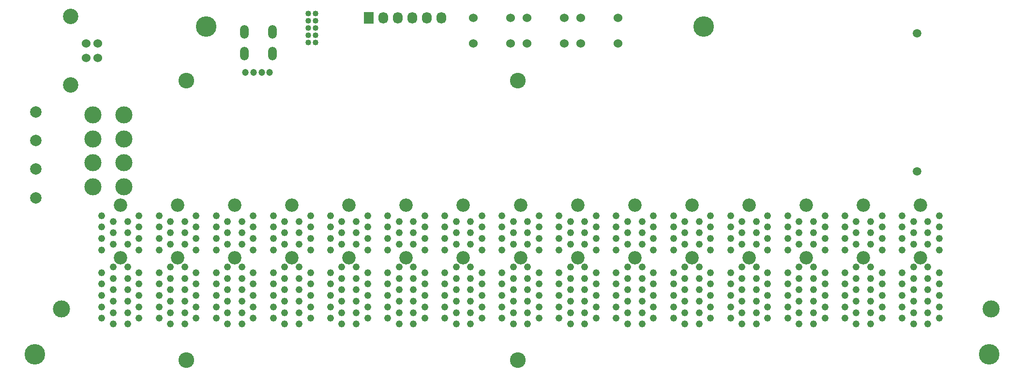
<source format=gbr>
G04 #@! TF.FileFunction,Soldermask,Bot*
%FSLAX46Y46*%
G04 Gerber Fmt 4.6, Leading zero omitted, Abs format (unit mm)*
G04 Created by KiCad (PCBNEW 4.0.3+e1-6302~38~ubuntu14.04.1-stable) date Wed Oct 12 18:09:49 2016*
%MOMM*%
%LPD*%
G01*
G04 APERTURE LIST*
%ADD10C,0.100000*%
%ADD11C,1.200000*%
%ADD12O,1.500000X2.400000*%
%ADD13C,2.350000*%
%ADD14C,1.230000*%
%ADD15C,1.016000*%
%ADD16R,1.727200X2.032000*%
%ADD17O,1.727200X2.032000*%
%ADD18C,3.000000*%
%ADD19C,3.600000*%
%ADD20C,1.524000*%
%ADD21C,2.000000*%
%ADD22C,2.700020*%
%ADD23C,1.500000*%
%ADD24C,2.750000*%
G04 APERTURE END LIST*
D10*
D11*
X91900000Y-85500000D03*
X93300000Y-85500000D03*
X94700000Y-85500000D03*
X96100000Y-85500000D03*
D12*
X91730000Y-78390000D03*
X91730000Y-82230000D03*
X96570000Y-78390000D03*
X96570000Y-82230000D03*
D13*
X150000000Y-118000000D03*
X150000000Y-108850000D03*
D14*
X148750000Y-129650000D03*
X146750000Y-128650000D03*
X148750000Y-127650000D03*
X146750000Y-126650000D03*
X148750000Y-125650000D03*
X146750000Y-124650000D03*
X148750000Y-123650000D03*
X146750000Y-122650000D03*
X148750000Y-121650000D03*
X146750000Y-120650000D03*
X148750000Y-119650000D03*
X146750000Y-116650000D03*
X148750000Y-115650000D03*
X146750000Y-114650000D03*
X148750000Y-113650000D03*
X146750000Y-112650000D03*
X148750000Y-111650000D03*
X146750000Y-110650000D03*
X151250000Y-129650000D03*
X153250000Y-128650000D03*
X151250000Y-127650000D03*
X153250000Y-126650000D03*
X151250000Y-125650000D03*
X153250000Y-124650000D03*
X151250000Y-123650000D03*
X153250000Y-122650000D03*
X151250000Y-121650000D03*
X153250000Y-120650000D03*
X151250000Y-119650000D03*
X153250000Y-116650000D03*
X151250000Y-115650000D03*
X153250000Y-114650000D03*
X151250000Y-113650000D03*
X153250000Y-112650000D03*
X151250000Y-111650000D03*
X153250000Y-110650000D03*
D13*
X140000000Y-118000000D03*
X140000000Y-108850000D03*
D14*
X138750000Y-129650000D03*
X136750000Y-128650000D03*
X138750000Y-127650000D03*
X136750000Y-126650000D03*
X138750000Y-125650000D03*
X136750000Y-124650000D03*
X138750000Y-123650000D03*
X136750000Y-122650000D03*
X138750000Y-121650000D03*
X136750000Y-120650000D03*
X138750000Y-119650000D03*
X136750000Y-116650000D03*
X138750000Y-115650000D03*
X136750000Y-114650000D03*
X138750000Y-113650000D03*
X136750000Y-112650000D03*
X138750000Y-111650000D03*
X136750000Y-110650000D03*
X141250000Y-129650000D03*
X143250000Y-128650000D03*
X141250000Y-127650000D03*
X143250000Y-126650000D03*
X141250000Y-125650000D03*
X143250000Y-124650000D03*
X141250000Y-123650000D03*
X143250000Y-122650000D03*
X141250000Y-121650000D03*
X143250000Y-120650000D03*
X141250000Y-119650000D03*
X143250000Y-116650000D03*
X141250000Y-115650000D03*
X143250000Y-114650000D03*
X141250000Y-113650000D03*
X143250000Y-112650000D03*
X141250000Y-111650000D03*
X143250000Y-110650000D03*
D13*
X130000000Y-118000000D03*
X130000000Y-108850000D03*
D14*
X128750000Y-129650000D03*
X126750000Y-128650000D03*
X128750000Y-127650000D03*
X126750000Y-126650000D03*
X128750000Y-125650000D03*
X126750000Y-124650000D03*
X128750000Y-123650000D03*
X126750000Y-122650000D03*
X128750000Y-121650000D03*
X126750000Y-120650000D03*
X128750000Y-119650000D03*
X126750000Y-116650000D03*
X128750000Y-115650000D03*
X126750000Y-114650000D03*
X128750000Y-113650000D03*
X126750000Y-112650000D03*
X128750000Y-111650000D03*
X126750000Y-110650000D03*
X131250000Y-129650000D03*
X133250000Y-128650000D03*
X131250000Y-127650000D03*
X133250000Y-126650000D03*
X131250000Y-125650000D03*
X133250000Y-124650000D03*
X131250000Y-123650000D03*
X133250000Y-122650000D03*
X131250000Y-121650000D03*
X133250000Y-120650000D03*
X131250000Y-119650000D03*
X133250000Y-116650000D03*
X131250000Y-115650000D03*
X133250000Y-114650000D03*
X131250000Y-113650000D03*
X133250000Y-112650000D03*
X131250000Y-111650000D03*
X133250000Y-110650000D03*
D13*
X120000000Y-118000000D03*
X120000000Y-108850000D03*
D14*
X118750000Y-129650000D03*
X116750000Y-128650000D03*
X118750000Y-127650000D03*
X116750000Y-126650000D03*
X118750000Y-125650000D03*
X116750000Y-124650000D03*
X118750000Y-123650000D03*
X116750000Y-122650000D03*
X118750000Y-121650000D03*
X116750000Y-120650000D03*
X118750000Y-119650000D03*
X116750000Y-116650000D03*
X118750000Y-115650000D03*
X116750000Y-114650000D03*
X118750000Y-113650000D03*
X116750000Y-112650000D03*
X118750000Y-111650000D03*
X116750000Y-110650000D03*
X121250000Y-129650000D03*
X123250000Y-128650000D03*
X121250000Y-127650000D03*
X123250000Y-126650000D03*
X121250000Y-125650000D03*
X123250000Y-124650000D03*
X121250000Y-123650000D03*
X123250000Y-122650000D03*
X121250000Y-121650000D03*
X123250000Y-120650000D03*
X121250000Y-119650000D03*
X123250000Y-116650000D03*
X121250000Y-115650000D03*
X123250000Y-114650000D03*
X121250000Y-113650000D03*
X123250000Y-112650000D03*
X121250000Y-111650000D03*
X123250000Y-110650000D03*
D13*
X110000000Y-118000000D03*
X110000000Y-108850000D03*
D14*
X108750000Y-129650000D03*
X106750000Y-128650000D03*
X108750000Y-127650000D03*
X106750000Y-126650000D03*
X108750000Y-125650000D03*
X106750000Y-124650000D03*
X108750000Y-123650000D03*
X106750000Y-122650000D03*
X108750000Y-121650000D03*
X106750000Y-120650000D03*
X108750000Y-119650000D03*
X106750000Y-116650000D03*
X108750000Y-115650000D03*
X106750000Y-114650000D03*
X108750000Y-113650000D03*
X106750000Y-112650000D03*
X108750000Y-111650000D03*
X106750000Y-110650000D03*
X111250000Y-129650000D03*
X113250000Y-128650000D03*
X111250000Y-127650000D03*
X113250000Y-126650000D03*
X111250000Y-125650000D03*
X113250000Y-124650000D03*
X111250000Y-123650000D03*
X113250000Y-122650000D03*
X111250000Y-121650000D03*
X113250000Y-120650000D03*
X111250000Y-119650000D03*
X113250000Y-116650000D03*
X111250000Y-115650000D03*
X113250000Y-114650000D03*
X111250000Y-113650000D03*
X113250000Y-112650000D03*
X111250000Y-111650000D03*
X113250000Y-110650000D03*
D13*
X100000000Y-118000000D03*
X100000000Y-108850000D03*
D14*
X98750000Y-129650000D03*
X96750000Y-128650000D03*
X98750000Y-127650000D03*
X96750000Y-126650000D03*
X98750000Y-125650000D03*
X96750000Y-124650000D03*
X98750000Y-123650000D03*
X96750000Y-122650000D03*
X98750000Y-121650000D03*
X96750000Y-120650000D03*
X98750000Y-119650000D03*
X96750000Y-116650000D03*
X98750000Y-115650000D03*
X96750000Y-114650000D03*
X98750000Y-113650000D03*
X96750000Y-112650000D03*
X98750000Y-111650000D03*
X96750000Y-110650000D03*
X101250000Y-129650000D03*
X103250000Y-128650000D03*
X101250000Y-127650000D03*
X103250000Y-126650000D03*
X101250000Y-125650000D03*
X103250000Y-124650000D03*
X101250000Y-123650000D03*
X103250000Y-122650000D03*
X101250000Y-121650000D03*
X103250000Y-120650000D03*
X101250000Y-119650000D03*
X103250000Y-116650000D03*
X101250000Y-115650000D03*
X103250000Y-114650000D03*
X101250000Y-113650000D03*
X103250000Y-112650000D03*
X101250000Y-111650000D03*
X103250000Y-110650000D03*
D13*
X90000000Y-118000000D03*
X90000000Y-108850000D03*
D14*
X88750000Y-129650000D03*
X86750000Y-128650000D03*
X88750000Y-127650000D03*
X86750000Y-126650000D03*
X88750000Y-125650000D03*
X86750000Y-124650000D03*
X88750000Y-123650000D03*
X86750000Y-122650000D03*
X88750000Y-121650000D03*
X86750000Y-120650000D03*
X88750000Y-119650000D03*
X86750000Y-116650000D03*
X88750000Y-115650000D03*
X86750000Y-114650000D03*
X88750000Y-113650000D03*
X86750000Y-112650000D03*
X88750000Y-111650000D03*
X86750000Y-110650000D03*
X91250000Y-129650000D03*
X93250000Y-128650000D03*
X91250000Y-127650000D03*
X93250000Y-126650000D03*
X91250000Y-125650000D03*
X93250000Y-124650000D03*
X91250000Y-123650000D03*
X93250000Y-122650000D03*
X91250000Y-121650000D03*
X93250000Y-120650000D03*
X91250000Y-119650000D03*
X93250000Y-116650000D03*
X91250000Y-115650000D03*
X93250000Y-114650000D03*
X91250000Y-113650000D03*
X93250000Y-112650000D03*
X91250000Y-111650000D03*
X93250000Y-110650000D03*
D13*
X80000000Y-118000000D03*
X80000000Y-108850000D03*
D14*
X78750000Y-129650000D03*
X76750000Y-128650000D03*
X78750000Y-127650000D03*
X76750000Y-126650000D03*
X78750000Y-125650000D03*
X76750000Y-124650000D03*
X78750000Y-123650000D03*
X76750000Y-122650000D03*
X78750000Y-121650000D03*
X76750000Y-120650000D03*
X78750000Y-119650000D03*
X76750000Y-116650000D03*
X78750000Y-115650000D03*
X76750000Y-114650000D03*
X78750000Y-113650000D03*
X76750000Y-112650000D03*
X78750000Y-111650000D03*
X76750000Y-110650000D03*
X81250000Y-129650000D03*
X83250000Y-128650000D03*
X81250000Y-127650000D03*
X83250000Y-126650000D03*
X81250000Y-125650000D03*
X83250000Y-124650000D03*
X81250000Y-123650000D03*
X83250000Y-122650000D03*
X81250000Y-121650000D03*
X83250000Y-120650000D03*
X81250000Y-119650000D03*
X83250000Y-116650000D03*
X81250000Y-115650000D03*
X83250000Y-114650000D03*
X81250000Y-113650000D03*
X83250000Y-112650000D03*
X81250000Y-111650000D03*
X83250000Y-110650000D03*
D13*
X70000000Y-118000000D03*
X70000000Y-108850000D03*
D14*
X68750000Y-129650000D03*
X66750000Y-128650000D03*
X68750000Y-127650000D03*
X66750000Y-126650000D03*
X68750000Y-125650000D03*
X66750000Y-124650000D03*
X68750000Y-123650000D03*
X66750000Y-122650000D03*
X68750000Y-121650000D03*
X66750000Y-120650000D03*
X68750000Y-119650000D03*
X66750000Y-116650000D03*
X68750000Y-115650000D03*
X66750000Y-114650000D03*
X68750000Y-113650000D03*
X66750000Y-112650000D03*
X68750000Y-111650000D03*
X66750000Y-110650000D03*
X71250000Y-129650000D03*
X73250000Y-128650000D03*
X71250000Y-127650000D03*
X73250000Y-126650000D03*
X71250000Y-125650000D03*
X73250000Y-124650000D03*
X71250000Y-123650000D03*
X73250000Y-122650000D03*
X71250000Y-121650000D03*
X73250000Y-120650000D03*
X71250000Y-119650000D03*
X73250000Y-116650000D03*
X71250000Y-115650000D03*
X73250000Y-114650000D03*
X71250000Y-113650000D03*
X73250000Y-112650000D03*
X71250000Y-111650000D03*
X73250000Y-110650000D03*
D13*
X210000000Y-118000000D03*
X210000000Y-108850000D03*
D14*
X208750000Y-129650000D03*
X206750000Y-128650000D03*
X208750000Y-127650000D03*
X206750000Y-126650000D03*
X208750000Y-125650000D03*
X206750000Y-124650000D03*
X208750000Y-123650000D03*
X206750000Y-122650000D03*
X208750000Y-121650000D03*
X206750000Y-120650000D03*
X208750000Y-119650000D03*
X206750000Y-116650000D03*
X208750000Y-115650000D03*
X206750000Y-114650000D03*
X208750000Y-113650000D03*
X206750000Y-112650000D03*
X208750000Y-111650000D03*
X206750000Y-110650000D03*
X211250000Y-129650000D03*
X213250000Y-128650000D03*
X211250000Y-127650000D03*
X213250000Y-126650000D03*
X211250000Y-125650000D03*
X213250000Y-124650000D03*
X211250000Y-123650000D03*
X213250000Y-122650000D03*
X211250000Y-121650000D03*
X213250000Y-120650000D03*
X211250000Y-119650000D03*
X213250000Y-116650000D03*
X211250000Y-115650000D03*
X213250000Y-114650000D03*
X211250000Y-113650000D03*
X213250000Y-112650000D03*
X211250000Y-111650000D03*
X213250000Y-110650000D03*
D13*
X200000000Y-118000000D03*
X200000000Y-108850000D03*
D14*
X198750000Y-129650000D03*
X196750000Y-128650000D03*
X198750000Y-127650000D03*
X196750000Y-126650000D03*
X198750000Y-125650000D03*
X196750000Y-124650000D03*
X198750000Y-123650000D03*
X196750000Y-122650000D03*
X198750000Y-121650000D03*
X196750000Y-120650000D03*
X198750000Y-119650000D03*
X196750000Y-116650000D03*
X198750000Y-115650000D03*
X196750000Y-114650000D03*
X198750000Y-113650000D03*
X196750000Y-112650000D03*
X198750000Y-111650000D03*
X196750000Y-110650000D03*
X201250000Y-129650000D03*
X203250000Y-128650000D03*
X201250000Y-127650000D03*
X203250000Y-126650000D03*
X201250000Y-125650000D03*
X203250000Y-124650000D03*
X201250000Y-123650000D03*
X203250000Y-122650000D03*
X201250000Y-121650000D03*
X203250000Y-120650000D03*
X201250000Y-119650000D03*
X203250000Y-116650000D03*
X201250000Y-115650000D03*
X203250000Y-114650000D03*
X201250000Y-113650000D03*
X203250000Y-112650000D03*
X201250000Y-111650000D03*
X203250000Y-110650000D03*
D13*
X190000000Y-118000000D03*
X190000000Y-108850000D03*
D14*
X188750000Y-129650000D03*
X186750000Y-128650000D03*
X188750000Y-127650000D03*
X186750000Y-126650000D03*
X188750000Y-125650000D03*
X186750000Y-124650000D03*
X188750000Y-123650000D03*
X186750000Y-122650000D03*
X188750000Y-121650000D03*
X186750000Y-120650000D03*
X188750000Y-119650000D03*
X186750000Y-116650000D03*
X188750000Y-115650000D03*
X186750000Y-114650000D03*
X188750000Y-113650000D03*
X186750000Y-112650000D03*
X188750000Y-111650000D03*
X186750000Y-110650000D03*
X191250000Y-129650000D03*
X193250000Y-128650000D03*
X191250000Y-127650000D03*
X193250000Y-126650000D03*
X191250000Y-125650000D03*
X193250000Y-124650000D03*
X191250000Y-123650000D03*
X193250000Y-122650000D03*
X191250000Y-121650000D03*
X193250000Y-120650000D03*
X191250000Y-119650000D03*
X193250000Y-116650000D03*
X191250000Y-115650000D03*
X193250000Y-114650000D03*
X191250000Y-113650000D03*
X193250000Y-112650000D03*
X191250000Y-111650000D03*
X193250000Y-110650000D03*
D13*
X180000000Y-118000000D03*
X180000000Y-108850000D03*
D14*
X178750000Y-129650000D03*
X176750000Y-128650000D03*
X178750000Y-127650000D03*
X176750000Y-126650000D03*
X178750000Y-125650000D03*
X176750000Y-124650000D03*
X178750000Y-123650000D03*
X176750000Y-122650000D03*
X178750000Y-121650000D03*
X176750000Y-120650000D03*
X178750000Y-119650000D03*
X176750000Y-116650000D03*
X178750000Y-115650000D03*
X176750000Y-114650000D03*
X178750000Y-113650000D03*
X176750000Y-112650000D03*
X178750000Y-111650000D03*
X176750000Y-110650000D03*
X181250000Y-129650000D03*
X183250000Y-128650000D03*
X181250000Y-127650000D03*
X183250000Y-126650000D03*
X181250000Y-125650000D03*
X183250000Y-124650000D03*
X181250000Y-123650000D03*
X183250000Y-122650000D03*
X181250000Y-121650000D03*
X183250000Y-120650000D03*
X181250000Y-119650000D03*
X183250000Y-116650000D03*
X181250000Y-115650000D03*
X183250000Y-114650000D03*
X181250000Y-113650000D03*
X183250000Y-112650000D03*
X181250000Y-111650000D03*
X183250000Y-110650000D03*
D13*
X170000000Y-118000000D03*
X170000000Y-108850000D03*
D14*
X168750000Y-129650000D03*
X166750000Y-128650000D03*
X168750000Y-127650000D03*
X166750000Y-126650000D03*
X168750000Y-125650000D03*
X166750000Y-124650000D03*
X168750000Y-123650000D03*
X166750000Y-122650000D03*
X168750000Y-121650000D03*
X166750000Y-120650000D03*
X168750000Y-119650000D03*
X166750000Y-116650000D03*
X168750000Y-115650000D03*
X166750000Y-114650000D03*
X168750000Y-113650000D03*
X166750000Y-112650000D03*
X168750000Y-111650000D03*
X166750000Y-110650000D03*
X171250000Y-129650000D03*
X173250000Y-128650000D03*
X171250000Y-127650000D03*
X173250000Y-126650000D03*
X171250000Y-125650000D03*
X173250000Y-124650000D03*
X171250000Y-123650000D03*
X173250000Y-122650000D03*
X171250000Y-121650000D03*
X173250000Y-120650000D03*
X171250000Y-119650000D03*
X173250000Y-116650000D03*
X171250000Y-115650000D03*
X173250000Y-114650000D03*
X171250000Y-113650000D03*
X173250000Y-112650000D03*
X171250000Y-111650000D03*
X173250000Y-110650000D03*
D13*
X160000000Y-118000000D03*
X160000000Y-108850000D03*
D14*
X158750000Y-129650000D03*
X156750000Y-128650000D03*
X158750000Y-127650000D03*
X156750000Y-126650000D03*
X158750000Y-125650000D03*
X156750000Y-124650000D03*
X158750000Y-123650000D03*
X156750000Y-122650000D03*
X158750000Y-121650000D03*
X156750000Y-120650000D03*
X158750000Y-119650000D03*
X156750000Y-116650000D03*
X158750000Y-115650000D03*
X156750000Y-114650000D03*
X158750000Y-113650000D03*
X156750000Y-112650000D03*
X158750000Y-111650000D03*
X156750000Y-110650000D03*
X161250000Y-129650000D03*
X163250000Y-128650000D03*
X161250000Y-127650000D03*
X163250000Y-126650000D03*
X161250000Y-125650000D03*
X163250000Y-124650000D03*
X161250000Y-123650000D03*
X163250000Y-122650000D03*
X161250000Y-121650000D03*
X163250000Y-120650000D03*
X161250000Y-119650000D03*
X163250000Y-116650000D03*
X161250000Y-115650000D03*
X163250000Y-114650000D03*
X161250000Y-113650000D03*
X163250000Y-112650000D03*
X161250000Y-111650000D03*
X163250000Y-110650000D03*
D15*
X102865000Y-75160000D03*
X104135000Y-75160000D03*
X102865000Y-76430000D03*
X104135000Y-76430000D03*
X102865000Y-77700000D03*
X104135000Y-77700000D03*
X102865000Y-78970000D03*
X104135000Y-78970000D03*
X102865000Y-80240000D03*
X104135000Y-80240000D03*
D16*
X113450000Y-76000000D03*
D17*
X115990000Y-76000000D03*
X118530000Y-76000000D03*
X121070000Y-76000000D03*
X123610000Y-76000000D03*
X126150000Y-76000000D03*
D18*
X59700000Y-127000000D03*
X222300000Y-127000000D03*
D19*
X172000000Y-77500000D03*
X55000000Y-135000000D03*
X85000000Y-77500000D03*
X222000000Y-135000000D03*
D20*
X131750000Y-75950000D03*
X138250000Y-75950000D03*
X131750000Y-80450000D03*
X138250000Y-80450000D03*
X150550000Y-75950000D03*
X157050000Y-75950000D03*
X150550000Y-80450000D03*
X157050000Y-80450000D03*
X141150000Y-75950000D03*
X147650000Y-75950000D03*
X141150000Y-80450000D03*
X147650000Y-80450000D03*
D21*
X55200000Y-107500000D03*
X55200000Y-102500000D03*
X55200000Y-97500000D03*
X55200000Y-92500000D03*
D18*
X65150000Y-105600000D03*
X70650000Y-105600000D03*
X65150000Y-101400000D03*
X70650000Y-101400000D03*
X65150000Y-97200000D03*
X70650000Y-97200000D03*
X65150000Y-93000000D03*
X70650000Y-93000000D03*
D20*
X66000000Y-80460000D03*
X66000000Y-83000000D03*
X64001020Y-83000000D03*
X64001020Y-80460000D03*
D22*
X61301000Y-75730520D03*
X61301000Y-87729480D03*
D23*
X209400000Y-78650000D03*
X209400000Y-102850000D03*
D24*
X139500000Y-136000000D03*
X139500000Y-87000000D03*
X81500000Y-136000000D03*
X81500000Y-87000000D03*
M02*

</source>
